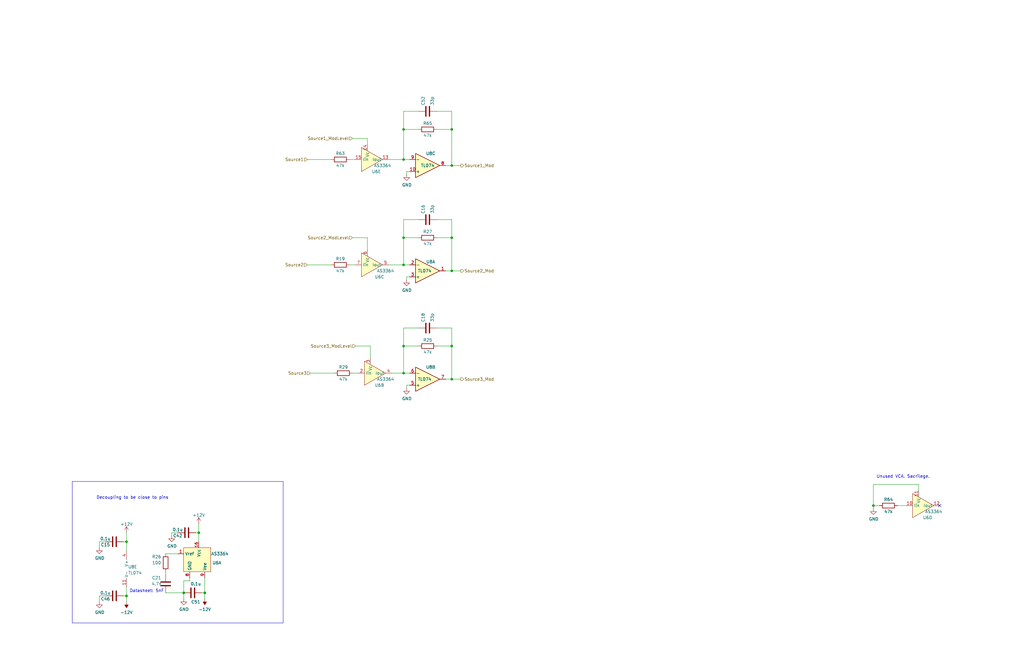
<source format=kicad_sch>
(kicad_sch (version 20230121) (generator eeschema)
  (paper "B")
  (title_block (title "Zoxnoxious SSI2130/AS3394") (rev "0.1") (company "Zoxnoxious Engineering"))
  (lib_symbols
    (symbol "Amplifier_Operational:TL074" (pin_names (offset 0.127))
      (property "Reference" "U" (at 0 5.08 0))
      (property "Value" "TL074" (at 0 -5.08 0))
      (symbol "TL074_1_1"
        (polyline (pts (xy -5.08 5.08) (xy 5.08 0) (xy -5.08 -5.08) (xy -5.08 5.08)) (stroke (width 0.254)) (fill (type background)))
        (pin output line (at 7.62 0 180) (length 2.54) (name "~") (number "1"))
        (pin input line (at -7.62 -2.54 0) (length 2.54) (name "-") (number "2"))
        (pin input line (at -7.62 2.54 0) (length 2.54) (name "+") (number "3"))
      )
      (symbol "TL074_2_1"
        (polyline (pts (xy -5.08 5.08) (xy 5.08 0) (xy -5.08 -5.08) (xy -5.08 5.08)) (stroke (width 0.254)) (fill (type background)))
        (pin input line (at -7.62 2.54 0) (length 2.54) (name "+") (number "5"))
        (pin input line (at -7.62 -2.54 0) (length 2.54) (name "-") (number "6"))
        (pin output line (at 7.62 0 180) (length 2.54) (name "~") (number "7"))
      )
      (symbol "TL074_3_1"
        (polyline (pts (xy -5.08 5.08) (xy 5.08 0) (xy -5.08 -5.08) (xy -5.08 5.08)) (stroke (width 0.254)) (fill (type background)))
        (pin input line (at -7.62 2.54 0) (length 2.54) (name "+") (number "10"))
        (pin output line (at 7.62 0 180) (length 2.54) (name "~") (number "8"))
        (pin input line (at -7.62 -2.54 0) (length 2.54) (name "-") (number "9"))
      )
      (symbol "TL074_4_1"
        (polyline (pts (xy -5.08 5.08) (xy 5.08 0) (xy -5.08 -5.08) (xy -5.08 5.08)) (stroke (width 0.254)) (fill (type background)))
        (pin input line (at -7.62 2.54 0) (length 2.54) (name "+") (number "12"))
        (pin input line (at -7.62 -2.54 0) (length 2.54) (name "-") (number "13"))
        (pin output line (at 7.62 0 180) (length 2.54) (name "~") (number "14"))
      )
      (symbol "TL074_5_1"
        (pin power_in line (at -2.54 -7.62 90) (length 3.81) (name "V-") (number "11"))
        (pin power_in line (at -2.54 7.62 270) (length 3.81) (name "V+") (number "4"))
      )
    )
    (symbol "Device:C" (pin_numbers hide) (pin_names (offset 0.254))
      (property "Reference" "C" (at 0.635 2.54 0))
      (property "Value" "C" (at 0.635 -2.54 0))
      (symbol "C_0_1"
        (polyline (pts (xy -2.032 -0.762) (xy 2.032 -0.762)) (stroke (width 0.508)))
        (polyline (pts (xy -2.032 0.762) (xy 2.032 0.762)) (stroke (width 0.508)))
      )
      (symbol "C_1_1"
        (pin passive line (at 0 3.81 270) (length 2.794) (name "~") (number "1"))
        (pin passive line (at 0 -3.81 90) (length 2.794) (name "~") (number "2"))
      )
    )
    (symbol "Device:R" (pin_numbers hide) (pin_names (offset 0))
      (property "Reference" "R" (at 2.032 0 90))
      (property "Value" "R" (at 0 0 90))
      (symbol "R_0_1"
        (rectangle (start -1.016 -2.54) (end 1.016 2.54) (stroke (width 0.254)))
      )
      (symbol "R_1_1"
        (pin passive line (at 0 3.81 270) (length 1.27) (name "~") (number "1"))
        (pin passive line (at 0 -3.81 90) (length 1.27) (name "~") (number "2"))
      )
    )
    (symbol "power:+12V" (power) (pin_names (offset 0))
      (property "Value" "+12V" (at 0 3.556 0))
      (symbol "+12V_0_1"
        (polyline (pts (xy -0.762 1.27) (xy 0 2.54)))
        (polyline (pts (xy 0 0) (xy 0 2.54)))
        (polyline (pts (xy 0 2.54) (xy 0.762 1.27)))
      )
      (symbol "+12V_1_1"
        (pin power_in line (at 0 0 90) (length 0) hide (name "+12V") (number "1"))
      )
    )
    (symbol "power:-12V" (power) (pin_names (offset 0))
      (property "Value" "-12V" (at 0 3.81 0))
      (symbol "-12V_0_0"
        (pin power_in line (at 0 0 90) (length 0) hide (name "-12V") (number "1"))
      )
      (symbol "-12V_0_1"
        (polyline (pts (xy 0 0) (xy 0 1.27) (xy 0.762 1.27) (xy 0 2.54) (xy -0.762 1.27) (xy 0 1.27)) (fill (type outline)))
      )
    )
    (symbol "power:GND" (power) (pin_names (offset 0))
      (property "Value" "GND" (at 0 -3.81 0))
      (symbol "GND_0_1"
        (polyline (pts (xy 0 0) (xy 0 -1.27) (xy 1.27 -1.27) (xy 0 -2.54) (xy -1.27 -1.27) (xy 0 -1.27)))
      )
      (symbol "GND_1_1"
        (pin power_in line (at 0 0 270) (length 0) hide (name "GND") (number "1"))
      )
    )
    (symbol "z5524:AS3364"
      (property "Reference" "U6" (at 3.81 -5.08 0))
      (property "Value" "AS3364" (at 6.35 -2.54 0))
      (symbol "AS3364_1_1"
        (rectangle (start -5.08 3.81) (end 6.35 -6.35) (stroke (width 0.1524)) (fill (type background)))
        (pin input line (at -7.62 1.27 0) (length 2.54) (name "Vref") (number "1"))
        (pin power_in line (at 1.27 6.35 270) (length 2.54) (name "Vcc") (number "16"))
        (pin power_in line (at -2.54 -8.89 90) (length 2.54) (name "GND") (number "8"))
        (pin power_in line (at 3.81 -8.89 90) (length 2.54) (name "Vee") (number "9"))
      )
      (symbol "AS3364_2_1"
        (polyline (pts (xy -2.54 0) (xy -2.54 -5.08) (xy 6.35 0) (xy -2.54 5.08) (xy -2.54 0)) (stroke (width 0.1524)) (fill (type background)))
        (pin input line (at -5.08 0 0) (length 2.54) (name "Iin") (number "2"))
        (pin input line (at 0 6.35 270) (length 2.54) (name "Vc") (number "3"))
        (pin output line (at 8.89 0 180) (length 2.54) (name "Iout") (number "4"))
      )
      (symbol "AS3364_3_1"
        (polyline (pts (xy -3.81 0) (xy -3.81 -5.08) (xy 5.08 0) (xy -3.81 5.08) (xy -3.81 0)) (stroke (width 0.1524)) (fill (type background)))
        (pin output line (at 7.62 0 180) (length 2.54) (name "Iout") (number "5"))
        (pin input line (at -1.27 6.35 270) (length 2.54) (name "Vc") (number "6"))
        (pin input line (at -6.35 0 0) (length 2.54) (name "Iin") (number "7"))
      )
      (symbol "AS3364_4_1"
        (polyline (pts (xy -2.54 0) (xy -2.54 -5.08) (xy 6.35 0) (xy -2.54 5.08) (xy -2.54 0)) (stroke (width 0.1524)) (fill (type background)))
        (pin input line (at -5.08 0 0) (length 2.54) (name "Iin") (number "10"))
        (pin input line (at 0 6.35 270) (length 2.54) (name "Vc") (number "11"))
        (pin output line (at 8.89 0 180) (length 2.54) (name "Iout") (number "12"))
      )
      (symbol "AS3364_5_1"
        (polyline (pts (xy -2.54 0) (xy -2.54 -5.08) (xy 6.35 0) (xy -2.54 5.08) (xy -2.54 0)) (stroke (width 0.1524)) (fill (type background)))
        (pin output line (at 8.89 0 180) (length 2.54) (name "Iout") (number "13"))
        (pin input line (at 0 6.35 270) (length 2.54) (name "Vc") (number "14"))
        (pin input line (at -5.08 0 0) (length 2.54) (name "Iin") (number "15"))
      )
    )
  )
  (junction (at 368.3 213.36))
  (junction (at 53.34 228.6))
  (junction (at 190.5 54.61))
  (junction (at 170.18 67.31))
  (junction (at 77.47 250.19))
  (junction (at 170.18 100.33))
  (junction (at 190.5 114.3))
  (junction (at 170.18 111.76))
  (junction (at 190.5 100.33))
  (junction (at 53.34 251.46))
  (junction (at 86.36 250.19))
  (junction (at 170.18 146.05))
  (junction (at 170.18 157.48))
  (junction (at 190.5 146.05))
  (junction (at 190.5 69.85))
  (junction (at 83.82 224.79))
  (junction (at 170.18 54.61))
  (junction (at 190.5 160.02))
  (no_connect (at 396.24 213.36))
  (wire (pts (xy 53.34 247.65) (xy 53.34 251.46)))
  (wire (pts (xy 190.5 46.99) (xy 190.5 54.61)))
  (wire (pts (xy 170.18 100.33) (xy 170.18 111.76)))
  (wire (pts (xy 170.18 67.31) (xy 172.72 67.31)))
  (polyline (pts (xy 119.38 203.2) (xy 119.38 262.89)))
  (wire (pts (xy 154.94 58.42) (xy 154.94 60.96)))
  (wire (pts (xy 156.21 146.05) (xy 156.21 151.13)))
  (wire (pts (xy 170.18 146.05) (xy 170.18 157.48)))
  (wire (pts (xy 41.91 228.6) (xy 44.45 228.6)))
  (wire (pts (xy 176.53 46.99) (xy 170.18 46.99)))
  (wire (pts (xy 148.59 100.33) (xy 154.94 100.33)))
  (wire (pts (xy 53.34 251.46) (xy 53.34 254)))
  (wire (pts (xy 147.32 111.76) (xy 149.86 111.76)))
  (wire (pts (xy 163.83 111.76) (xy 170.18 111.76)))
  (wire (pts (xy 368.3 213.36) (xy 368.3 214.63)))
  (wire (pts (xy 176.53 92.71) (xy 170.18 92.71)))
  (wire (pts (xy 147.32 67.31) (xy 149.86 67.31)))
  (wire (pts (xy 165.1 157.48) (xy 170.18 157.48)))
  (wire (pts (xy 171.45 162.56) (xy 172.72 162.56)))
  (wire (pts (xy 190.5 54.61) (xy 190.5 69.85)))
  (polyline (pts (xy 30.48 203.2) (xy 119.38 203.2)))
  (wire (pts (xy 129.54 111.76) (xy 139.7 111.76)))
  (wire (pts (xy 130.81 157.48) (xy 140.97 157.48)))
  (wire (pts (xy 41.91 251.46) (xy 44.45 251.46)))
  (wire (pts (xy 171.45 116.84) (xy 171.45 118.11)))
  (wire (pts (xy 53.34 228.6) (xy 53.34 232.41)))
  (wire (pts (xy 171.45 162.56) (xy 171.45 163.83)))
  (wire (pts (xy 184.15 54.61) (xy 190.5 54.61)))
  (polyline (pts (xy 30.48 203.2) (xy 30.48 262.89)))
  (wire (pts (xy 176.53 146.05) (xy 170.18 146.05)))
  (wire (pts (xy 170.18 92.71) (xy 170.18 100.33)))
  (wire (pts (xy 170.18 46.99) (xy 170.18 54.61)))
  (wire (pts (xy 148.59 58.42) (xy 154.94 58.42)))
  (wire (pts (xy 129.54 67.31) (xy 139.7 67.31)))
  (wire (pts (xy 190.5 92.71) (xy 190.5 100.33)))
  (wire (pts (xy 190.5 69.85) (xy 187.96 69.85)))
  (wire (pts (xy 190.5 100.33) (xy 190.5 114.3)))
  (wire (pts (xy 52.07 251.46) (xy 53.34 251.46)))
  (wire (pts (xy 86.36 250.19) (xy 86.36 243.84)))
  (wire (pts (xy 176.53 138.43) (xy 170.18 138.43)))
  (wire (pts (xy 80.01 243.84) (xy 80.01 245.11)))
  (wire (pts (xy 149.86 146.05) (xy 156.21 146.05)))
  (wire (pts (xy 170.18 54.61) (xy 170.18 67.31)))
  (wire (pts (xy 190.5 69.85) (xy 194.31 69.85)))
  (wire (pts (xy 378.46 213.36) (xy 382.27 213.36)))
  (wire (pts (xy 184.15 138.43) (xy 190.5 138.43)))
  (wire (pts (xy 69.85 233.68) (xy 74.93 233.68)))
  (wire (pts (xy 163.83 67.31) (xy 170.18 67.31)))
  (wire (pts (xy 69.85 241.3) (xy 69.85 242.57)))
  (wire (pts (xy 170.18 157.48) (xy 172.72 157.48)))
  (wire (pts (xy 368.3 204.47) (xy 368.3 213.36)))
  (wire (pts (xy 190.5 138.43) (xy 190.5 146.05)))
  (wire (pts (xy 176.53 100.33) (xy 170.18 100.33)))
  (wire (pts (xy 184.15 92.71) (xy 190.5 92.71)))
  (wire (pts (xy 187.96 114.3) (xy 190.5 114.3)))
  (wire (pts (xy 190.5 114.3) (xy 194.31 114.3)))
  (wire (pts (xy 77.47 245.11) (xy 77.47 250.19)))
  (wire (pts (xy 387.35 207.01) (xy 387.35 204.47)))
  (wire (pts (xy 41.91 254) (xy 41.91 251.46)))
  (wire (pts (xy 171.45 116.84) (xy 172.72 116.84)))
  (wire (pts (xy 170.18 111.76) (xy 172.72 111.76)))
  (wire (pts (xy 184.15 46.99) (xy 190.5 46.99)))
  (wire (pts (xy 52.07 228.6) (xy 53.34 228.6)))
  (wire (pts (xy 171.45 72.39) (xy 171.45 73.66)))
  (wire (pts (xy 154.94 100.33) (xy 154.94 105.41)))
  (wire (pts (xy 187.96 160.02) (xy 190.5 160.02)))
  (wire (pts (xy 190.5 160.02) (xy 194.31 160.02)))
  (wire (pts (xy 184.15 100.33) (xy 190.5 100.33)))
  (wire (pts (xy 184.15 146.05) (xy 190.5 146.05)))
  (wire (pts (xy 190.5 146.05) (xy 190.5 160.02)))
  (wire (pts (xy 72.39 226.06) (xy 72.39 224.79)))
  (wire (pts (xy 80.01 245.11) (xy 77.47 245.11)))
  (wire (pts (xy 86.36 250.19) (xy 86.36 252.73)))
  (wire (pts (xy 82.55 224.79) (xy 83.82 224.79)))
  (wire (pts (xy 85.09 250.19) (xy 86.36 250.19)))
  (wire (pts (xy 77.47 250.19) (xy 77.47 252.73)))
  (wire (pts (xy 53.34 224.79) (xy 53.34 228.6)))
  (wire (pts (xy 72.39 224.79) (xy 74.93 224.79)))
  (wire (pts (xy 171.45 72.39) (xy 172.72 72.39)))
  (wire (pts (xy 83.82 224.79) (xy 83.82 228.6)))
  (wire (pts (xy 41.91 231.14) (xy 41.91 228.6)))
  (wire (pts (xy 170.18 138.43) (xy 170.18 146.05)))
  (wire (pts (xy 83.82 220.98) (xy 83.82 224.79)))
  (wire (pts (xy 387.35 204.47) (xy 368.3 204.47)))
  (wire (pts (xy 69.85 250.19) (xy 77.47 250.19)))
  (wire (pts (xy 148.59 157.48) (xy 151.13 157.48)))
  (wire (pts (xy 176.53 54.61) (xy 170.18 54.61)))
  (wire (pts (xy 370.84 213.36) (xy 368.3 213.36)))
  (polyline (pts (xy 119.38 262.89) (xy 30.48 262.89)))
  (text "Unused VCA. Sacrilege." (at 369.57 201.93 0) (effects (font (size 1.27 1.27)) (justify left bottom)))
  (text "Datasheet: 5nF" (at 54.61 250.19 0) (effects (font (size 1.27 1.27)) (justify left bottom)))
  (text "Decoupling to be close to pins" (at 40.64 210.82 0) (effects (font (size 1.27 1.27)) (justify left bottom)))
  (hierarchical_label "Source2_ModLevel" (shape input) (at 148.59 100.33 180))
  (hierarchical_label "Source2_Mod" (shape output) (at 194.31 114.3 0))
  (hierarchical_label "Source2" (shape input) (at 129.54 111.76 180))
  (hierarchical_label "Source1" (shape input) (at 129.54 67.31 180))
  (hierarchical_label "Source3_Mod" (shape output) (at 194.31 160.02 0))
  (hierarchical_label "Source1_ModLevel" (shape input) (at 148.59 58.42 180))
  (hierarchical_label "Source3_ModLevel" (shape input) (at 149.86 146.05 180))
  (hierarchical_label "Source3" (shape input) (at 130.81 157.48 180))
  (hierarchical_label "Source1_Mod" (shape output) (at 194.31 69.85 0))
  (symbol (lib_id "power:GND") (at 171.45 118.11 0) (unit 1)
    (property "Reference" "#PWR072" (effects hide))
    (property "Value" "GND" (at 171.577 122.5042 0))
  )
  (symbol (lib_id "Amplifier_Operational:TL074") (at 55.88 240.03 0) (unit 5)
    (property "Reference" "U8" (at 53.975 239.1953 0) (effects (justify left)))
    (property "Value" "TL074" (at 53.975 241.7322 0) (effects (justify left)))
    (property "Footprint" "Package_SO:TSSOP-14_4.4x5mm_P0.65mm" (effects hide))
    (property "Datasheet" "http://www.ti.com/lit/ds/symlink/tl071.pdf" (effects hide))
    (property "LCSC Part" "C96507" (effects hide))
  )
  (symbol (lib_id "z5524:AS3364") (at 156.21 111.76 0) (unit 3)
    (property "Reference" "U6" (at 160.02 116.84 0))
    (property "Value" "AS3364" (at 162.56 114.3 0))
    (property "Footprint" "Package_SO:SOIC-16_3.9x9.9mm_P1.27mm" (effects hide))
    (property "Datasheet" "https://cabintechglobal.com/pdf/ALFA_RPAR_AS3364.pdf" (effects hide))
  )
  (symbol (lib_id "power:-12V") (at 53.34 254 180) (unit 1)
    (property "Reference" "#PWR066" (effects hide))
    (property "Value" "-12V" (at 53.34 258.4434 0))
  )
  (symbol (lib_id "power:+12V") (at 53.34 224.79 0) (unit 1)
    (property "Reference" "#PWR065" (effects hide))
    (property "Value" "+12V" (at 53.34 221.2142 0))
  )
  (symbol (lib_id "power:GND") (at 72.39 226.06 0) (unit 1)
    (property "Reference" "#PWR067" (effects hide))
    (property "Value" "GND" (at 72.517 230.4542 0))
  )
  (symbol (lib_id "Device:R") (at 180.34 54.61 270) (unit 1)
    (property "Reference" "R65" (at 180.34 52.07 90))
    (property "Value" "47k" (at 180.34 57.15 90))
    (property "Footprint" "Resistor_SMD:R_0603_1608Metric" (effects hide))
    (property "LCSC Part" "C25819" (effects hide))
  )
  (symbol (lib_id "power:GND") (at 171.45 163.83 0) (unit 1)
    (property "Reference" "#PWR0106" (effects hide))
    (property "Value" "GND" (at 171.577 168.2242 0))
  )
  (symbol (lib_id "Amplifier_Operational:TL074") (at 180.34 69.85 0) (mirror x) (unit 3)
    (property "Reference" "U8" (at 181.61 64.77 0))
    (property "Value" "TL074" (at 180.34 69.85 0))
    (property "Footprint" "Package_SO:TSSOP-14_4.4x5mm_P0.65mm" (effects hide))
    (property "Datasheet" "http://www.ti.com/lit/ds/symlink/tl071.pdf" (effects hide))
    (property "LCSC Part" "C96507" (effects hide))
  )
  (symbol (lib_id "Device:C") (at 180.34 46.99 90) (unit 1)
    (property "Reference" "C52" (at 178.435 42.545 0))
    (property "Value" "33p" (at 182.245 42.545 0))
    (property "Footprint" "Capacitor_SMD:C_0603_1608Metric" (effects hide))
    (property "LCSC Part" "C1663" (effects hide))
  )
  (symbol (lib_id "Amplifier_Operational:TL074") (at 180.34 160.02 0) (mirror x) (unit 2)
    (property "Reference" "U8" (at 181.61 154.94 0))
    (property "Value" "TL074" (at 179.07 160.02 0))
    (property "Footprint" "Package_SO:TSSOP-14_4.4x5mm_P0.65mm" (effects hide))
    (property "Datasheet" "http://www.ti.com/lit/ds/symlink/tl071.pdf" (effects hide))
    (property "LCSC Part" "C96507" (effects hide))
  )
  (symbol (lib_id "Device:R") (at 143.51 67.31 90) (unit 1)
    (property "Reference" "R63" (at 143.51 64.77 90))
    (property "Value" "47k" (at 143.51 69.85 90))
    (property "Footprint" "Resistor_SMD:R_0603_1608Metric" (effects hide))
    (property "LCSC Part" "C25819" (effects hide))
  )
  (symbol (lib_id "z5524:AS3364") (at 154.94 67.31 0) (unit 5)
    (property "Reference" "U6" (at 158.75 72.39 0))
    (property "Value" "AS3364" (at 161.29 69.85 0))
    (property "Footprint" "Package_SO:SOIC-16_3.9x9.9mm_P1.27mm" (effects hide))
    (property "Datasheet" "https://cabintechglobal.com/pdf/ALFA_RPAR_AS3364.pdf" (effects hide))
  )
  (symbol (lib_id "Device:R") (at 374.65 213.36 270) (unit 1)
    (property "Reference" "R64" (at 374.65 210.82 90))
    (property "Value" "47k" (at 374.65 215.9 90))
    (property "Footprint" "Resistor_SMD:R_0603_1608Metric" (effects hide))
    (property "LCSC Part" "C25819" (effects hide))
  )
  (symbol (lib_id "power:+12V") (at 83.82 220.98 0) (unit 1)
    (property "Reference" "#PWR070" (effects hide))
    (property "Value" "+12V" (at 83.82 217.4042 0))
  )
  (symbol (lib_id "power:GND") (at 41.91 254 0) (unit 1)
    (property "Reference" "#PWR061" (effects hide))
    (property "Value" "GND" (at 42.037 258.3942 0))
  )
  (symbol (lib_id "Device:R") (at 69.85 237.49 180) (unit 1)
    (property "Reference" "R26" (at 66.04 234.95 0))
    (property "Value" "100" (at 66.04 237.49 0))
    (property "Footprint" "Resistor_SMD:R_0603_1608Metric" (effects hide))
    (property "LCSC Part" "C22775" (effects hide))
  )
  (symbol (lib_id "z5524:AS3364") (at 156.21 157.48 0) (unit 2)
    (property "Reference" "U6" (at 160.02 162.56 0))
    (property "Value" "AS3364" (at 162.56 160.02 0))
    (property "Footprint" "Package_SO:SOIC-16_3.9x9.9mm_P1.27mm" (effects hide))
    (property "Datasheet" "https://cabintechglobal.com/pdf/ALFA_RPAR_AS3364.pdf" (effects hide))
  )
  (symbol (lib_id "Device:C") (at 69.85 246.38 0) (unit 1)
    (property "Reference" "C21" (at 66.04 243.84 0))
    (property "Value" "4.7n" (at 66.04 246.38 0))
    (property "Footprint" "Capacitor_SMD:C_0603_1608Metric" (effects hide))
    (property "LCSC Part" "C53987" (effects hide))
  )
  (symbol (lib_id "Device:C") (at 48.26 251.46 270) (unit 1)
    (property "Reference" "C46" (at 44.45 252.73 90))
    (property "Value" "0.1u" (at 44.45 250.19 90))
    (property "Footprint" "Capacitor_SMD:C_0603_1608Metric" (effects hide))
    (property "LCSC Part" "C14663" (effects hide))
  )
  (symbol (lib_id "Device:C") (at 180.34 92.71 90) (unit 1)
    (property "Reference" "C16" (at 178.435 88.265 0))
    (property "Value" "33p" (at 182.245 88.265 0))
    (property "Footprint" "Capacitor_SMD:C_0603_1608Metric" (effects hide))
    (property "LCSC Part" "C1663" (effects hide))
  )
  (symbol (lib_id "z5524:AS3364") (at 387.35 213.36 0) (unit 4)
    (property "Reference" "U6" (at 391.16 218.44 0))
    (property "Value" "AS3364" (at 393.7 215.9 0))
    (property "Footprint" "Package_SO:SOIC-16_3.9x9.9mm_P1.27mm" (effects hide))
    (property "Datasheet" "https://cabintechglobal.com/pdf/ALFA_RPAR_AS3364.pdf" (effects hide))
  )
  (symbol (lib_id "power:-12V") (at 86.36 252.73 180) (unit 1)
    (property "Reference" "#PWR0116" (effects hide))
    (property "Value" "-12V" (at 86.36 257.1734 0))
  )
  (symbol (lib_id "Device:R") (at 144.78 157.48 90) (unit 1)
    (property "Reference" "R29" (at 144.78 154.94 90))
    (property "Value" "47k" (at 144.78 160.02 90))
    (property "Footprint" "Resistor_SMD:R_0603_1608Metric" (effects hide))
    (property "LCSC Part" "C25819" (effects hide))
  )
  (symbol (lib_id "power:GND") (at 41.91 231.14 0) (unit 1)
    (property "Reference" "#PWR060" (effects hide))
    (property "Value" "GND" (at 42.037 235.5342 0))
  )
  (symbol (lib_id "power:GND") (at 77.47 252.73 0) (unit 1)
    (property "Reference" "#PWR068" (effects hide))
    (property "Value" "GND" (at 77.597 257.1242 0))
  )
  (symbol (lib_id "Device:C") (at 48.26 228.6 270) (unit 1)
    (property "Reference" "C15" (at 44.45 229.87 90))
    (property "Value" "0.1u" (at 44.45 227.33 90))
    (property "Footprint" "Capacitor_SMD:C_0603_1608Metric" (effects hide))
    (property "LCSC Part" "C14663" (effects hide))
  )
  (symbol (lib_id "Device:R") (at 180.34 100.33 270) (unit 1)
    (property "Reference" "R27" (at 180.34 97.79 90))
    (property "Value" "47k" (at 180.34 102.87 90))
    (property "Footprint" "Resistor_SMD:R_0603_1608Metric" (effects hide))
    (property "LCSC Part" "C25819" (effects hide))
  )
  (symbol (lib_id "Device:R") (at 180.34 146.05 270) (unit 1)
    (property "Reference" "R25" (at 180.34 143.51 90))
    (property "Value" "47k" (at 180.34 148.59 90))
    (property "Footprint" "Resistor_SMD:R_0603_1608Metric" (effects hide))
    (property "LCSC Part" "C25819" (effects hide))
  )
  (symbol (lib_id "power:GND") (at 368.3 214.63 0) (unit 1)
    (property "Reference" "#PWR0107" (effects hide))
    (property "Value" "GND" (at 368.427 219.0242 0))
  )
  (symbol (lib_id "Device:R") (at 143.51 111.76 90) (unit 1)
    (property "Reference" "R19" (at 143.51 109.22 90))
    (property "Value" "47k" (at 143.51 114.3 90))
    (property "Footprint" "Resistor_SMD:R_0603_1608Metric" (effects hide))
    (property "LCSC Part" "C25819" (effects hide))
  )
  (symbol (lib_id "Amplifier_Operational:TL074") (at 180.34 114.3 0) (mirror x) (unit 1)
    (property "Reference" "U8" (at 181.61 110.49 0))
    (property "Value" "TL074" (at 179.07 114.3 0))
    (property "Footprint" "Package_SO:TSSOP-14_4.4x5mm_P0.65mm" (effects hide))
    (property "Datasheet" "http://www.ti.com/lit/ds/symlink/tl071.pdf" (effects hide))
    (property "LCSC Part" "C96507" (effects hide))
  )
  (symbol (lib_id "power:GND") (at 171.45 73.66 0) (unit 1)
    (property "Reference" "#PWR071" (effects hide))
    (property "Value" "GND" (at 171.577 78.0542 0))
  )
  (symbol (lib_id "z5524:AS3364") (at 82.55 234.95 0) (unit 1)
    (property "Reference" "U6" (at 91.44 237.49 0))
    (property "Value" "AS3364" (at 92.71 233.68 0))
    (property "Footprint" "Package_SO:SOIC-16_3.9x9.9mm_P1.27mm" (effects hide))
    (property "Datasheet" "https://cabintechglobal.com/pdf/ALFA_RPAR_AS3364.pdf" (effects hide))
  )
  (symbol (lib_id "Device:C") (at 180.34 138.43 90) (unit 1)
    (property "Reference" "C18" (at 178.435 133.985 0))
    (property "Value" "33p" (at 182.245 133.985 0))
    (property "Footprint" "Capacitor_SMD:C_0603_1608Metric" (effects hide))
    (property "LCSC Part" "C1663" (effects hide))
  )
  (symbol (lib_id "Device:C") (at 78.74 224.79 270) (unit 1)
    (property "Reference" "C42" (at 74.93 226.06 90))
    (property "Value" "0.1u" (at 74.93 223.52 90))
    (property "Footprint" "Capacitor_SMD:C_0603_1608Metric" (effects hide))
    (property "LCSC Part" "C14663" (effects hide))
  )
  (symbol (lib_id "Device:C") (at 81.28 250.19 270) (unit 1)
    (property "Reference" "C51" (at 82.55 254 90))
    (property "Value" "0.1u" (at 82.55 246.38 90))
    (property "Footprint" "Capacitor_SMD:C_0603_1608Metric" (effects hide))
    (property "LCSC Part" "C14663" (effects hide))
  )
)
</source>
